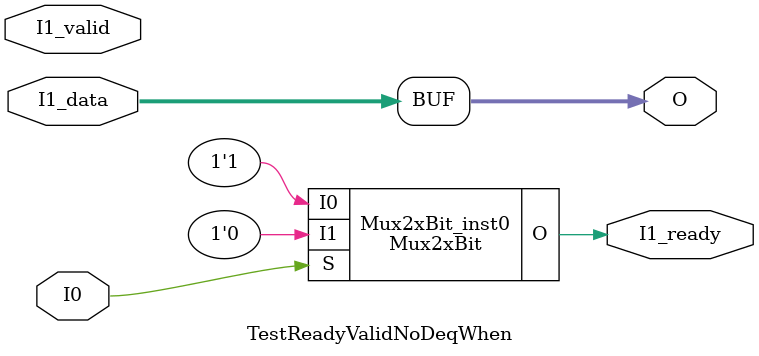
<source format=v>
module Mux2xBit (
    input I0,
    input I1,
    input S,
    output O
);
reg [0:0] mux_out;
always @(*) begin
if (S == 0) begin
    mux_out = I0;
end else begin
    mux_out = I1;
end
end

assign O = mux_out[0];
endmodule

module TestReadyValidNoDeqWhen (
    input I0,
    input [4:0] I1_data,
    output I1_ready,
    input I1_valid,
    output [4:0] O
);
Mux2xBit Mux2xBit_inst0 (
    .I0(1'b1),
    .I1(1'b0),
    .S(I0),
    .O(I1_ready)
);
assign O = I1_data;
endmodule


</source>
